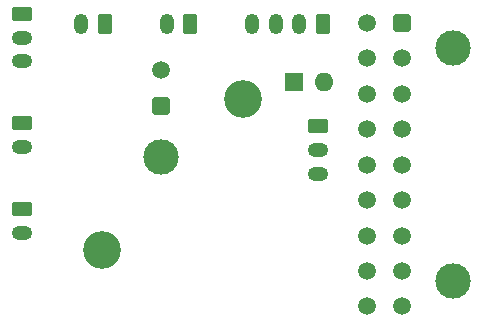
<source format=gbr>
%TF.GenerationSoftware,KiCad,Pcbnew,(6.0.5-0)*%
%TF.CreationDate,2022-06-02T09:51:47+08:00*%
%TF.ProjectId,StealthBurner,53746561-6c74-4684-9275-726e65722e6b,Bata2*%
%TF.SameCoordinates,Original*%
%TF.FileFunction,Soldermask,Bot*%
%TF.FilePolarity,Negative*%
%FSLAX46Y46*%
G04 Gerber Fmt 4.6, Leading zero omitted, Abs format (unit mm)*
G04 Created by KiCad (PCBNEW (6.0.5-0)) date 2022-06-02 09:51:47*
%MOMM*%
%LPD*%
G01*
G04 APERTURE LIST*
G04 Aperture macros list*
%AMRoundRect*
0 Rectangle with rounded corners*
0 $1 Rounding radius*
0 $2 $3 $4 $5 $6 $7 $8 $9 X,Y pos of 4 corners*
0 Add a 4 corners polygon primitive as box body*
4,1,4,$2,$3,$4,$5,$6,$7,$8,$9,$2,$3,0*
0 Add four circle primitives for the rounded corners*
1,1,$1+$1,$2,$3*
1,1,$1+$1,$4,$5*
1,1,$1+$1,$6,$7*
1,1,$1+$1,$8,$9*
0 Add four rect primitives between the rounded corners*
20,1,$1+$1,$2,$3,$4,$5,0*
20,1,$1+$1,$4,$5,$6,$7,0*
20,1,$1+$1,$6,$7,$8,$9,0*
20,1,$1+$1,$8,$9,$2,$3,0*%
G04 Aperture macros list end*
%ADD10O,1.200000X1.750000*%
%ADD11RoundRect,0.250000X0.350000X0.625000X-0.350000X0.625000X-0.350000X-0.625000X0.350000X-0.625000X0*%
%ADD12O,1.750000X1.200000*%
%ADD13RoundRect,0.250000X-0.625000X0.350000X-0.625000X-0.350000X0.625000X-0.350000X0.625000X0.350000X0*%
%ADD14C,3.000000*%
%ADD15RoundRect,0.250001X-0.499999X0.499999X-0.499999X-0.499999X0.499999X-0.499999X0.499999X0.499999X0*%
%ADD16C,1.500000*%
%ADD17RoundRect,0.250001X0.499999X0.499999X-0.499999X0.499999X-0.499999X-0.499999X0.499999X-0.499999X0*%
%ADD18R,1.600000X1.600000*%
%ADD19O,1.600000X1.600000*%
%ADD20C,3.200000*%
G04 APERTURE END LIST*
D10*
%TO.C,J5*%
X134250000Y-92850000D03*
D11*
X136250000Y-92850000D03*
%TD*%
D12*
%TO.C,J8*%
X129250000Y-96000000D03*
X129250000Y-94000000D03*
D13*
X129250000Y-92000000D03*
%TD*%
%TO.C,J6*%
X129250000Y-108500000D03*
D12*
X129250000Y-110500000D03*
%TD*%
D14*
%TO.C,J9*%
X165770000Y-114610000D03*
X165770000Y-94910000D03*
D15*
X161450000Y-92750000D03*
D16*
X161450000Y-95750000D03*
X161450000Y-98750000D03*
X161450000Y-101750000D03*
X161450000Y-104750000D03*
X161450000Y-107750000D03*
X161450000Y-110750000D03*
X161450000Y-113750000D03*
X161450000Y-116750000D03*
X158450000Y-92750000D03*
X158450000Y-95750000D03*
X158450000Y-98750000D03*
X158450000Y-101750000D03*
X158450000Y-104750000D03*
X158450000Y-107750000D03*
X158450000Y-110750000D03*
X158450000Y-113750000D03*
X158450000Y-116750000D03*
%TD*%
D11*
%TO.C,J2*%
X154750000Y-92850000D03*
D10*
X152750000Y-92850000D03*
X150750000Y-92850000D03*
X148750000Y-92850000D03*
%TD*%
D14*
%TO.C,J3*%
X141000000Y-104070000D03*
D17*
X141000000Y-99750000D03*
D16*
X141000000Y-96750000D03*
%TD*%
D18*
%TO.C,D1*%
X152300000Y-97770000D03*
D19*
X154840000Y-97770000D03*
%TD*%
D13*
%TO.C,J1*%
X154350000Y-101500000D03*
D12*
X154350000Y-103500000D03*
X154350000Y-105500000D03*
%TD*%
D20*
%TO.C,M2*%
X136000000Y-112000000D03*
%TD*%
%TO.C,M1*%
X148000000Y-99230000D03*
%TD*%
D10*
%TO.C,J4*%
X141500000Y-92850000D03*
D11*
X143500000Y-92850000D03*
%TD*%
D13*
%TO.C,J7*%
X129250000Y-101250000D03*
D12*
X129250000Y-103250000D03*
%TD*%
M02*

</source>
